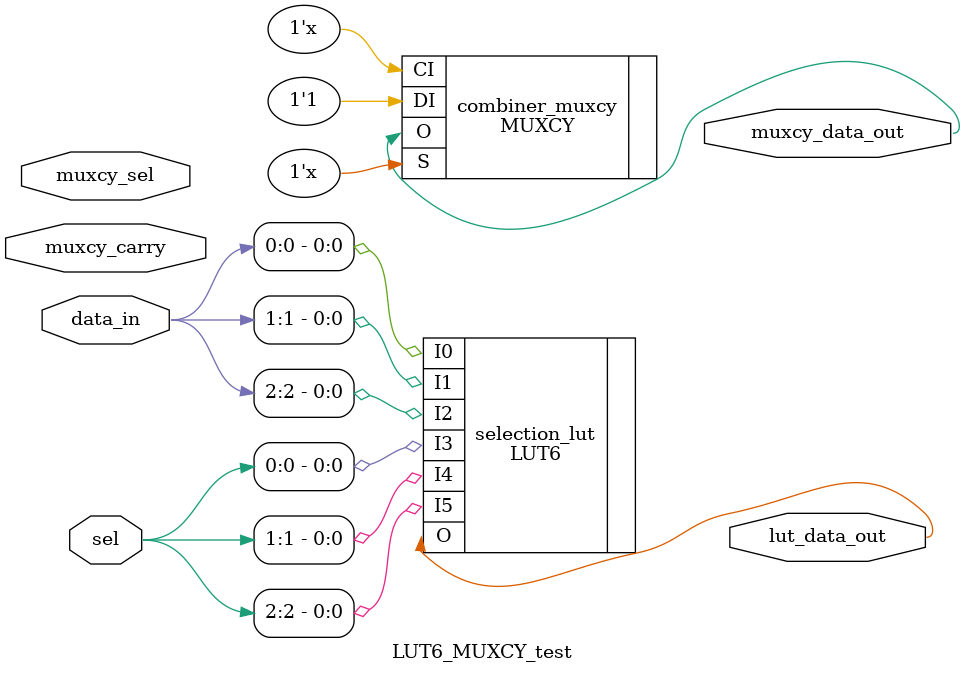
<source format=v>
module LUT6_MUXCY_test (
	input  [2:0]  data_in,
	input  [2:0]  sel,
	input         muxcy_sel,
	input         muxcy_carry,
	output 		  muxcy_data_out,
	output        lut_data_out);

	LUT6 #(.INIT (64'h0000000F003355FF)) selection_lut (
			.I0 	(data_in[0]), 
			.I1 	(data_in[1]), 
			.I2     (data_in[2]),
			.I3     (sel[0]),
			.I4     (sel[1]),
			.I5     (sel[2]),
			.O      (lut_data_out)); 


	MUXCY combiner_muxcy ( 
		   .DI      (1'b1),
		   .CI      (muxcy_carry[2]),                     
		   .S       (muxcy_sel[3]),
		   .O       (muxcy_data_out)) ;


endmodule



</source>
